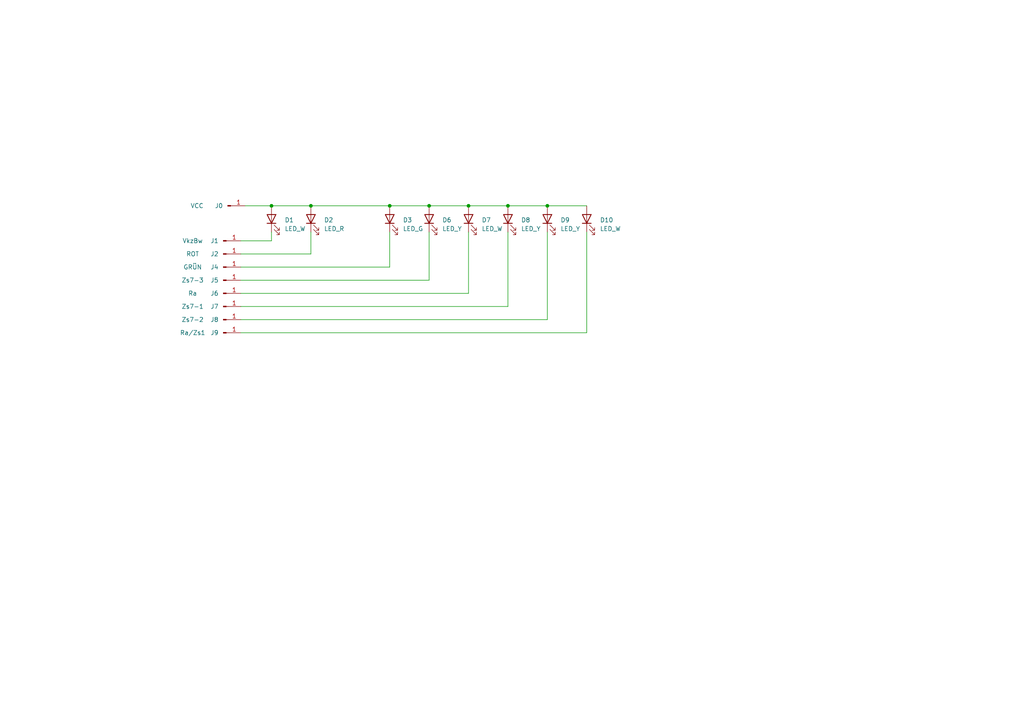
<source format=kicad_sch>
(kicad_sch (version 20211123) (generator eeschema)
  (paper "A4")
  (lib_symbols
    (symbol "Connector:Conn_01x01_Male" (pin_names (offset 1.016) hide)
      (property "Reference" "J" (at 0 2.54 0))
      (property "Value" "Conn_01x01_Male" (at 0 -2.54 0))
      (symbol "Conn_01x01_Male_1_1"
        (polyline (pts (xy 1.27 0) (xy 0.8636 0)) (stroke (width 0.1524)))
        (rectangle (start 0.8636 0.127) (end 0 -0.127) (stroke (width 0.1524)) (fill (type outline)))
        (pin passive line (at 5.08 0 180) (length 3.81) (name "Pin_1") (number "1"))
      )
    )
    (symbol "Device:LED" (pin_numbers hide) (pin_names (offset 1.016) hide)
      (property "Reference" "D" (at 0 2.54 0))
      (property "Value" "LED" (at 0 -2.54 0))
      (symbol "LED_0_1"
        (polyline (pts (xy -1.27 -1.27) (xy -1.27 1.27)) (stroke (width 0.254)))
        (polyline (pts (xy -1.27 0) (xy 1.27 0)))
        (polyline (pts (xy 1.27 -1.27) (xy 1.27 1.27) (xy -1.27 0) (xy 1.27 -1.27)) (stroke (width 0.254)))
        (polyline (pts (xy -3.048 -0.762) (xy -4.572 -2.286) (xy -3.81 -2.286) (xy -4.572 -2.286) (xy -4.572 -1.524)))
        (polyline (pts (xy -1.778 -0.762) (xy -3.302 -2.286) (xy -2.54 -2.286) (xy -3.302 -2.286) (xy -3.302 -1.524)))
      )
      (symbol "LED_1_1"
        (pin passive line (at -3.81 0 0) (length 2.54) (name "K") (number "1"))
        (pin passive line (at 3.81 0 180) (length 2.54) (name "A") (number "2"))
      )
    )
  )
  (junction (at 113.03 59.69))
  (junction (at 78.74 59.69))
  (junction (at 147.32 59.69))
  (junction (at 158.75 59.69))
  (junction (at 135.89 59.69))
  (junction (at 124.46 59.69))
  (junction (at 90.17 59.69))
  (wire (pts (xy 124.46 59.69) (xy 135.89 59.69)))
  (wire (pts (xy 158.75 92.71) (xy 69.85 92.71)))
  (wire (pts (xy 113.03 59.69) (xy 124.46 59.69)))
  (wire (pts (xy 113.03 67.31) (xy 113.03 77.47)))
  (wire (pts (xy 69.85 69.85) (xy 78.74 69.85)))
  (wire (pts (xy 90.17 73.66) (xy 69.85 73.66)))
  (wire (pts (xy 147.32 67.31) (xy 147.32 88.9)))
  (wire (pts (xy 158.75 67.31) (xy 158.75 92.71)))
  (wire (pts (xy 135.89 67.31) (xy 135.89 85.09)))
  (wire (pts (xy 147.32 88.9) (xy 69.85 88.9)))
  (wire (pts (xy 135.89 85.09) (xy 69.85 85.09)))
  (wire (pts (xy 90.17 67.31) (xy 90.17 73.66)))
  (wire (pts (xy 90.17 59.69) (xy 113.03 59.69)))
  (wire (pts (xy 124.46 67.31) (xy 124.46 81.28)))
  (wire (pts (xy 71.12 59.69) (xy 78.74 59.69)))
  (wire (pts (xy 158.75 59.69) (xy 170.18 59.69)))
  (wire (pts (xy 170.18 96.52) (xy 69.85 96.52)))
  (wire (pts (xy 135.89 59.69) (xy 147.32 59.69)))
  (wire (pts (xy 113.03 77.47) (xy 69.85 77.47)))
  (wire (pts (xy 147.32 59.69) (xy 158.75 59.69)))
  (wire (pts (xy 78.74 67.31) (xy 78.74 69.85)))
  (wire (pts (xy 78.74 59.69) (xy 90.17 59.69)))
  (wire (pts (xy 124.46 81.28) (xy 69.85 81.28)))
  (wire (pts (xy 170.18 67.31) (xy 170.18 96.52)))
  (symbol (lib_id "Device:LED") (at 147.32 63.5 90) (unit 1)
    (property "Reference" "D8" (at 151.13 63.8174 90) (effects (justify right)))
    (property "Value" "LED_Y" (at 151.13 66.3574 90) (effects (justify right)))
    (property "Footprint" "LED_SMD:LED_0402_1005Metric" (effects hide))
  )
  (symbol (lib_id "Device:LED") (at 124.46 63.5 90) (unit 1)
    (property "Reference" "D6" (at 128.27 63.8174 90) (effects (justify right)))
    (property "Value" "LED_Y" (at 128.27 66.3574 90) (effects (justify right)))
    (property "Footprint" "LED_SMD:LED_0402_1005Metric" (effects hide))
  )
  (symbol (lib_id "Device:LED") (at 170.18 63.5 90) (unit 1)
    (property "Reference" "D10" (at 173.99 63.8174 90) (effects (justify right)))
    (property "Value" "LED_W" (at 173.99 66.3574 90) (effects (justify right)))
    (property "Footprint" "LED_SMD:LED_0402_1005Metric" (effects hide))
  )
  (symbol (lib_id "Connector:Conn_01x01_Male") (at 64.77 96.52 0) (unit 1)
    (property "Reference" "J9" (at 62.23 96.52 0))
    (property "Value" "Ra/Zs1" (at 55.88 96.52 0))
    (property "Footprint" "Connector_Wire:SolderWirePad_1x01_SMD_1x2mm" (effects hide))
  )
  (symbol (lib_id "Connector:Conn_01x01_Male") (at 64.77 88.9 0) (unit 1)
    (property "Reference" "J7" (at 62.23 88.9 0))
    (property "Value" "Zs7-1" (at 55.88 88.9 0))
    (property "Footprint" "Connector_Wire:SolderWirePad_1x01_SMD_1x2mm" (effects hide))
  )
  (symbol (lib_id "Device:LED") (at 158.75 63.5 90) (unit 1)
    (property "Reference" "D9" (at 162.56 63.8174 90) (effects (justify right)))
    (property "Value" "LED_Y" (at 162.56 66.3574 90) (effects (justify right)))
    (property "Footprint" "LED_SMD:LED_0402_1005Metric" (effects hide))
  )
  (symbol (lib_id "Connector:Conn_01x01_Male") (at 64.77 92.71 0) (unit 1)
    (property "Reference" "J8" (at 62.23 92.71 0))
    (property "Value" "Zs7-2" (at 55.88 92.71 0))
    (property "Footprint" "Connector_Wire:SolderWirePad_1x01_SMD_1x2mm" (effects hide))
  )
  (symbol (lib_id "Connector:Conn_01x01_Male") (at 64.77 69.85 0) (unit 1)
    (property "Reference" "J1" (at 62.23 69.85 0))
    (property "Value" "VkzBw" (at 55.88 69.85 0))
    (property "Footprint" "Connector_Wire:SolderWirePad_1x01_SMD_1x2mm" (effects hide))
  )
  (symbol (lib_id "Device:LED") (at 78.74 63.5 90) (unit 1)
    (property "Reference" "D1" (at 82.55 63.8174 90) (effects (justify right)))
    (property "Value" "LED_W" (at 82.55 66.3574 90) (effects (justify right)))
    (property "Footprint" "LED_SMD:LED_0402_1005Metric" (effects hide))
  )
  (symbol (lib_id "Connector:Conn_01x01_Male") (at 64.77 85.09 0) (unit 1)
    (property "Reference" "J6" (at 62.23 85.09 0))
    (property "Value" "Ra" (at 55.88 85.09 0))
    (property "Footprint" "Connector_Wire:SolderWirePad_1x01_SMD_1x2mm" (effects hide))
  )
  (symbol (lib_id "Connector:Conn_01x01_Male") (at 66.04 59.69 0) (unit 1)
    (property "Reference" "J0" (at 63.5 59.69 0))
    (property "Value" "VCC" (at 57.15 59.69 0))
    (property "Footprint" "Connector_Wire:SolderWirePad_1x01_SMD_1x2mm" (effects hide))
  )
  (symbol (lib_id "Device:LED") (at 113.03 63.5 90) (unit 1)
    (property "Reference" "D3" (at 116.84 63.8174 90) (effects (justify right)))
    (property "Value" "LED_G" (at 116.84 66.3574 90) (effects (justify right)))
    (property "Footprint" "LED_SMD:LED_0402_1005Metric" (effects hide))
  )
  (symbol (lib_id "Device:LED") (at 135.89 63.5 90) (unit 1)
    (property "Reference" "D7" (at 139.7 63.8174 90) (effects (justify right)))
    (property "Value" "LED_W" (at 139.7 66.3574 90) (effects (justify right)))
    (property "Footprint" "LED_SMD:LED_0402_1005Metric" (effects hide))
  )
  (symbol (lib_id "Connector:Conn_01x01_Male") (at 64.77 77.47 0) (unit 1)
    (property "Reference" "J4" (at 62.23 77.47 0))
    (property "Value" "GRÜN" (at 55.88 77.47 0))
    (property "Footprint" "Connector_Wire:SolderWirePad_1x01_SMD_1x2mm" (effects hide))
  )
  (symbol (lib_id "Connector:Conn_01x01_Male") (at 64.77 81.28 0) (unit 1)
    (property "Reference" "J5" (at 62.23 81.28 0))
    (property "Value" "Zs7-3" (at 55.88 81.28 0))
    (property "Footprint" "Connector_Wire:SolderWirePad_1x01_SMD_1x2mm" (effects hide))
  )
  (symbol (lib_id "Connector:Conn_01x01_Male") (at 64.77 73.66 0) (unit 1)
    (property "Reference" "J2" (at 62.23 73.66 0))
    (property "Value" "ROT" (at 55.88 73.66 0))
    (property "Footprint" "Connector_Wire:SolderWirePad_1x01_SMD_1x2mm" (effects hide))
  )
  (symbol (lib_id "Device:LED") (at 90.17 63.5 90) (unit 1)
    (property "Reference" "D2" (at 93.98 63.8174 90) (effects (justify right)))
    (property "Value" "LED_R" (at 93.98 66.3574 90) (effects (justify right)))
    (property "Footprint" "LED_SMD:LED_0402_1005Metric" (effects hide))
  )
)
</source>
